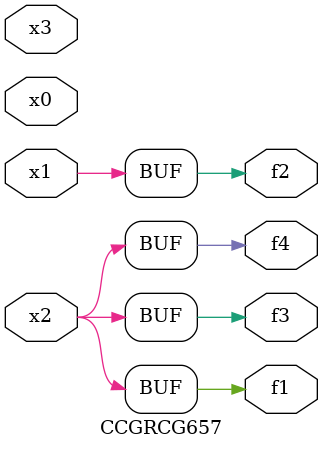
<source format=v>
module CCGRCG657(
	input x0, x1, x2, x3,
	output f1, f2, f3, f4
);
	assign f1 = x2;
	assign f2 = x1;
	assign f3 = x2;
	assign f4 = x2;
endmodule

</source>
